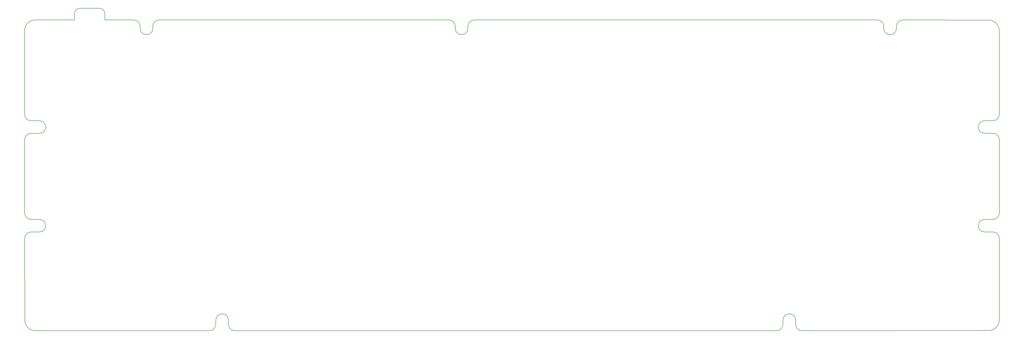
<source format=gbr>
G04 #@! TF.GenerationSoftware,KiCad,Pcbnew,(5.1.7)-1*
G04 #@! TF.CreationDate,2020-12-09T11:44:14-08:00*
G04 #@! TF.ProjectId,PCBV3,50434256-332e-46b6-9963-61645f706362,rev?*
G04 #@! TF.SameCoordinates,Original*
G04 #@! TF.FileFunction,Profile,NP*
%FSLAX46Y46*%
G04 Gerber Fmt 4.6, Leading zero omitted, Abs format (unit mm)*
G04 Created by KiCad (PCBNEW (5.1.7)-1) date 2020-12-09 11:44:14*
%MOMM*%
%LPD*%
G01*
G04 APERTURE LIST*
G04 #@! TA.AperFunction,Profile*
%ADD10C,0.200000*%
G04 #@! TD*
G04 APERTURE END LIST*
D10*
X454787000Y-84994750D02*
X454818750Y-116649500D01*
X418306250Y-80962500D02*
X450818250Y-81026000D01*
X454787000Y-194405250D02*
X454818750Y-163512500D01*
X380206250Y-198437500D02*
X450818250Y-198374000D01*
X90551000Y-198437500D02*
X156368750Y-198437500D01*
X86518750Y-163512500D02*
X86582250Y-194468750D01*
X86518750Y-84931250D02*
X86518750Y-116681250D01*
X105376980Y-80947260D02*
X90487500Y-80962500D01*
X450818250Y-81026000D02*
G75*
G02*
X454787000Y-84994750I0J-3968750D01*
G01*
X454787000Y-194405250D02*
G75*
G02*
X450818250Y-198374000I-3968750J0D01*
G01*
X90551000Y-198437500D02*
G75*
G02*
X86582250Y-194468750I0J3968750D01*
G01*
X86518750Y-84931250D02*
G75*
G02*
X90487500Y-80962500I3968750J0D01*
G01*
X236537500Y-198437500D02*
X227012500Y-198437500D01*
X86518750Y-126206250D02*
X86518750Y-153987500D01*
X454818750Y-126174500D02*
X454818750Y-153987500D01*
X377825000Y-196056250D02*
X377825000Y-194468750D01*
X158750000Y-196056250D02*
X158750000Y-194468750D01*
X163512500Y-196056250D02*
X163512500Y-194468750D01*
X227012500Y-198437500D02*
X165893750Y-198437500D01*
X373062500Y-196056250D02*
X373062500Y-194468750D01*
X254000000Y-84137500D02*
X254000000Y-83343750D01*
X249237500Y-84137500D02*
X249237500Y-83343750D01*
X411162500Y-84137500D02*
X411162500Y-83343750D01*
X415925000Y-84137500D02*
X415925000Y-83343750D01*
X449262500Y-123793250D02*
X452437500Y-123793250D01*
X449262500Y-119030750D02*
X452437500Y-119030750D01*
X452437500Y-161131250D02*
X449262500Y-161131250D01*
X452437500Y-156368750D02*
X449262500Y-156368750D01*
X88900000Y-161131250D02*
X92075000Y-161131250D01*
X88900000Y-156368750D02*
X92075000Y-156368750D01*
X88900000Y-123825000D02*
X92075000Y-123825000D01*
X88900000Y-119062500D02*
X92075000Y-119062500D01*
X134937500Y-83343750D02*
X134937500Y-84137500D01*
X130175000Y-83343750D02*
X130175000Y-84137500D01*
X127793750Y-80962500D02*
X117602000Y-80949800D01*
X246856250Y-80962500D02*
X137318750Y-80962500D01*
X408781250Y-80962500D02*
X256381250Y-80962500D01*
X236537500Y-198437500D02*
X370681250Y-198437500D01*
X86518750Y-163512500D02*
G75*
G02*
X88900000Y-161131250I2381250J0D01*
G01*
X88900000Y-156368750D02*
G75*
G02*
X86518750Y-153987500I0J2381250D01*
G01*
X86518750Y-126206250D02*
G75*
G02*
X88900000Y-123825000I2381250J0D01*
G01*
X88900000Y-119062500D02*
G75*
G02*
X86518750Y-116681250I0J2381250D01*
G01*
X134937500Y-83343750D02*
G75*
G02*
X137318750Y-80962500I2381250J0D01*
G01*
X127793750Y-80962500D02*
G75*
G02*
X130175000Y-83343750I0J-2381250D01*
G01*
X246856250Y-80962500D02*
G75*
G02*
X249237500Y-83343750I0J-2381250D01*
G01*
X254000000Y-83343750D02*
G75*
G02*
X256381250Y-80962500I2381250J0D01*
G01*
X415925000Y-83343750D02*
G75*
G02*
X418306250Y-80962500I2381250J0D01*
G01*
X408781250Y-80962500D02*
G75*
G02*
X411162500Y-83343750I0J-2381250D01*
G01*
X454818750Y-116649500D02*
G75*
G02*
X452437500Y-119030750I-2381250J0D01*
G01*
X452437500Y-123793250D02*
G75*
G02*
X454818750Y-126174500I0J-2381250D01*
G01*
X454818750Y-153987500D02*
G75*
G02*
X452437500Y-156368750I-2381250J0D01*
G01*
X452437500Y-161131250D02*
G75*
G02*
X454818750Y-163512500I0J-2381250D01*
G01*
X380206250Y-198437500D02*
G75*
G02*
X377825000Y-196056250I0J2381250D01*
G01*
X373062500Y-196056250D02*
G75*
G02*
X370681250Y-198437500I-2381250J0D01*
G01*
X165893750Y-198437500D02*
G75*
G02*
X163512500Y-196056250I0J2381250D01*
G01*
X158750000Y-196056250D02*
G75*
G02*
X156368750Y-198437500I-2381250J0D01*
G01*
X92075000Y-156368750D02*
G75*
G02*
X92075000Y-161131250I0J-2381250D01*
G01*
X92075000Y-119062500D02*
G75*
G02*
X92075000Y-123825000I0J-2381250D01*
G01*
X158750000Y-194468750D02*
G75*
G02*
X163512500Y-194468750I2381250J0D01*
G01*
X449262500Y-123793250D02*
G75*
G02*
X449262500Y-119030750I0J2381250D01*
G01*
X449262500Y-161131250D02*
G75*
G02*
X449262500Y-156368750I0J2381250D01*
G01*
X373062500Y-194468750D02*
G75*
G02*
X377825000Y-194468750I2381250J0D01*
G01*
X415925000Y-84137500D02*
G75*
G02*
X411162500Y-84137500I-2381250J0D01*
G01*
X254000000Y-84137500D02*
G75*
G02*
X249237500Y-84137500I-2381250J0D01*
G01*
X134937500Y-84137500D02*
G75*
G02*
X130175000Y-84137500I-2381250J0D01*
G01*
X117602000Y-80949800D02*
X116814600Y-80949800D01*
X116808250Y-78568550D02*
X116814600Y-80949800D01*
X105378250Y-78568550D02*
X105376980Y-80947260D01*
X107410250Y-76536550D02*
X114776250Y-76536550D01*
X114776250Y-76536550D02*
G75*
G02*
X116808250Y-78568550I0J-2032000D01*
G01*
X105378250Y-78568550D02*
G75*
G02*
X107410250Y-76536550I2032000J0D01*
G01*
M02*

</source>
